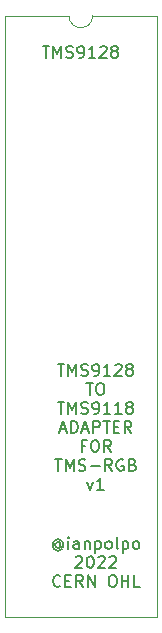
<source format=gbr>
%TF.GenerationSoftware,KiCad,Pcbnew,(6.0.1-0)*%
%TF.CreationDate,2022-02-15T12:12:10-07:00*%
%TF.ProjectId,TMS9118-9128,544d5339-3131-4382-9d39-3132382e6b69,rev?*%
%TF.SameCoordinates,Original*%
%TF.FileFunction,Legend,Top*%
%TF.FilePolarity,Positive*%
%FSLAX46Y46*%
G04 Gerber Fmt 4.6, Leading zero omitted, Abs format (unit mm)*
G04 Created by KiCad (PCBNEW (6.0.1-0)) date 2022-02-15 12:12:10*
%MOMM*%
%LPD*%
G01*
G04 APERTURE LIST*
%ADD10C,0.150000*%
%ADD11C,0.120000*%
G04 APERTURE END LIST*
D10*
X127810000Y-109364190D02*
X127762380Y-109316571D01*
X127667142Y-109268952D01*
X127571904Y-109268952D01*
X127476666Y-109316571D01*
X127429047Y-109364190D01*
X127381428Y-109459428D01*
X127381428Y-109554666D01*
X127429047Y-109649904D01*
X127476666Y-109697523D01*
X127571904Y-109745142D01*
X127667142Y-109745142D01*
X127762380Y-109697523D01*
X127810000Y-109649904D01*
X127810000Y-109268952D02*
X127810000Y-109649904D01*
X127857619Y-109697523D01*
X127905238Y-109697523D01*
X128000476Y-109649904D01*
X128048095Y-109554666D01*
X128048095Y-109316571D01*
X127952857Y-109173714D01*
X127810000Y-109078476D01*
X127619523Y-109030857D01*
X127429047Y-109078476D01*
X127286190Y-109173714D01*
X127190952Y-109316571D01*
X127143333Y-109507047D01*
X127190952Y-109697523D01*
X127286190Y-109840380D01*
X127429047Y-109935619D01*
X127619523Y-109983238D01*
X127810000Y-109935619D01*
X127952857Y-109840380D01*
X128476666Y-109840380D02*
X128476666Y-109173714D01*
X128476666Y-108840380D02*
X128429047Y-108888000D01*
X128476666Y-108935619D01*
X128524285Y-108888000D01*
X128476666Y-108840380D01*
X128476666Y-108935619D01*
X129381428Y-109840380D02*
X129381428Y-109316571D01*
X129333809Y-109221333D01*
X129238571Y-109173714D01*
X129048095Y-109173714D01*
X128952857Y-109221333D01*
X129381428Y-109792761D02*
X129286190Y-109840380D01*
X129048095Y-109840380D01*
X128952857Y-109792761D01*
X128905238Y-109697523D01*
X128905238Y-109602285D01*
X128952857Y-109507047D01*
X129048095Y-109459428D01*
X129286190Y-109459428D01*
X129381428Y-109411809D01*
X129857619Y-109173714D02*
X129857619Y-109840380D01*
X129857619Y-109268952D02*
X129905238Y-109221333D01*
X130000476Y-109173714D01*
X130143333Y-109173714D01*
X130238571Y-109221333D01*
X130286190Y-109316571D01*
X130286190Y-109840380D01*
X130762380Y-109173714D02*
X130762380Y-110173714D01*
X130762380Y-109221333D02*
X130857619Y-109173714D01*
X131048095Y-109173714D01*
X131143333Y-109221333D01*
X131190952Y-109268952D01*
X131238571Y-109364190D01*
X131238571Y-109649904D01*
X131190952Y-109745142D01*
X131143333Y-109792761D01*
X131048095Y-109840380D01*
X130857619Y-109840380D01*
X130762380Y-109792761D01*
X131810000Y-109840380D02*
X131714761Y-109792761D01*
X131667142Y-109745142D01*
X131619523Y-109649904D01*
X131619523Y-109364190D01*
X131667142Y-109268952D01*
X131714761Y-109221333D01*
X131810000Y-109173714D01*
X131952857Y-109173714D01*
X132048095Y-109221333D01*
X132095714Y-109268952D01*
X132143333Y-109364190D01*
X132143333Y-109649904D01*
X132095714Y-109745142D01*
X132048095Y-109792761D01*
X131952857Y-109840380D01*
X131810000Y-109840380D01*
X132714761Y-109840380D02*
X132619523Y-109792761D01*
X132571904Y-109697523D01*
X132571904Y-108840380D01*
X133095714Y-109173714D02*
X133095714Y-110173714D01*
X133095714Y-109221333D02*
X133190952Y-109173714D01*
X133381428Y-109173714D01*
X133476666Y-109221333D01*
X133524285Y-109268952D01*
X133571904Y-109364190D01*
X133571904Y-109649904D01*
X133524285Y-109745142D01*
X133476666Y-109792761D01*
X133381428Y-109840380D01*
X133190952Y-109840380D01*
X133095714Y-109792761D01*
X134143333Y-109840380D02*
X134048095Y-109792761D01*
X134000476Y-109745142D01*
X133952857Y-109649904D01*
X133952857Y-109364190D01*
X134000476Y-109268952D01*
X134048095Y-109221333D01*
X134143333Y-109173714D01*
X134286190Y-109173714D01*
X134381428Y-109221333D01*
X134429047Y-109268952D01*
X134476666Y-109364190D01*
X134476666Y-109649904D01*
X134429047Y-109745142D01*
X134381428Y-109792761D01*
X134286190Y-109840380D01*
X134143333Y-109840380D01*
X129095714Y-110545619D02*
X129143333Y-110498000D01*
X129238571Y-110450380D01*
X129476666Y-110450380D01*
X129571904Y-110498000D01*
X129619523Y-110545619D01*
X129667142Y-110640857D01*
X129667142Y-110736095D01*
X129619523Y-110878952D01*
X129048095Y-111450380D01*
X129667142Y-111450380D01*
X130286190Y-110450380D02*
X130381428Y-110450380D01*
X130476666Y-110498000D01*
X130524285Y-110545619D01*
X130571904Y-110640857D01*
X130619523Y-110831333D01*
X130619523Y-111069428D01*
X130571904Y-111259904D01*
X130524285Y-111355142D01*
X130476666Y-111402761D01*
X130381428Y-111450380D01*
X130286190Y-111450380D01*
X130190952Y-111402761D01*
X130143333Y-111355142D01*
X130095714Y-111259904D01*
X130048095Y-111069428D01*
X130048095Y-110831333D01*
X130095714Y-110640857D01*
X130143333Y-110545619D01*
X130190952Y-110498000D01*
X130286190Y-110450380D01*
X131000476Y-110545619D02*
X131048095Y-110498000D01*
X131143333Y-110450380D01*
X131381428Y-110450380D01*
X131476666Y-110498000D01*
X131524285Y-110545619D01*
X131571904Y-110640857D01*
X131571904Y-110736095D01*
X131524285Y-110878952D01*
X130952857Y-111450380D01*
X131571904Y-111450380D01*
X131952857Y-110545619D02*
X132000476Y-110498000D01*
X132095714Y-110450380D01*
X132333809Y-110450380D01*
X132429047Y-110498000D01*
X132476666Y-110545619D01*
X132524285Y-110640857D01*
X132524285Y-110736095D01*
X132476666Y-110878952D01*
X131905238Y-111450380D01*
X132524285Y-111450380D01*
X127810000Y-112965142D02*
X127762380Y-113012761D01*
X127619523Y-113060380D01*
X127524285Y-113060380D01*
X127381428Y-113012761D01*
X127286190Y-112917523D01*
X127238571Y-112822285D01*
X127190952Y-112631809D01*
X127190952Y-112488952D01*
X127238571Y-112298476D01*
X127286190Y-112203238D01*
X127381428Y-112108000D01*
X127524285Y-112060380D01*
X127619523Y-112060380D01*
X127762380Y-112108000D01*
X127810000Y-112155619D01*
X128238571Y-112536571D02*
X128571904Y-112536571D01*
X128714761Y-113060380D02*
X128238571Y-113060380D01*
X128238571Y-112060380D01*
X128714761Y-112060380D01*
X129714761Y-113060380D02*
X129381428Y-112584190D01*
X129143333Y-113060380D02*
X129143333Y-112060380D01*
X129524285Y-112060380D01*
X129619523Y-112108000D01*
X129667142Y-112155619D01*
X129714761Y-112250857D01*
X129714761Y-112393714D01*
X129667142Y-112488952D01*
X129619523Y-112536571D01*
X129524285Y-112584190D01*
X129143333Y-112584190D01*
X130143333Y-113060380D02*
X130143333Y-112060380D01*
X130714761Y-113060380D01*
X130714761Y-112060380D01*
X132143333Y-112060380D02*
X132333809Y-112060380D01*
X132429047Y-112108000D01*
X132524285Y-112203238D01*
X132571904Y-112393714D01*
X132571904Y-112727047D01*
X132524285Y-112917523D01*
X132429047Y-113012761D01*
X132333809Y-113060380D01*
X132143333Y-113060380D01*
X132048095Y-113012761D01*
X131952857Y-112917523D01*
X131905238Y-112727047D01*
X131905238Y-112393714D01*
X131952857Y-112203238D01*
X132048095Y-112108000D01*
X132143333Y-112060380D01*
X133000476Y-113060380D02*
X133000476Y-112060380D01*
X133000476Y-112536571D02*
X133571904Y-112536571D01*
X133571904Y-113060380D02*
X133571904Y-112060380D01*
X134524285Y-113060380D02*
X134048095Y-113060380D01*
X134048095Y-112060380D01*
X127571904Y-94190380D02*
X128143333Y-94190380D01*
X127857619Y-95190380D02*
X127857619Y-94190380D01*
X128476666Y-95190380D02*
X128476666Y-94190380D01*
X128810000Y-94904666D01*
X129143333Y-94190380D01*
X129143333Y-95190380D01*
X129571904Y-95142761D02*
X129714761Y-95190380D01*
X129952857Y-95190380D01*
X130048095Y-95142761D01*
X130095714Y-95095142D01*
X130143333Y-94999904D01*
X130143333Y-94904666D01*
X130095714Y-94809428D01*
X130048095Y-94761809D01*
X129952857Y-94714190D01*
X129762380Y-94666571D01*
X129667142Y-94618952D01*
X129619523Y-94571333D01*
X129571904Y-94476095D01*
X129571904Y-94380857D01*
X129619523Y-94285619D01*
X129667142Y-94238000D01*
X129762380Y-94190380D01*
X130000476Y-94190380D01*
X130143333Y-94238000D01*
X130619523Y-95190380D02*
X130810000Y-95190380D01*
X130905238Y-95142761D01*
X130952857Y-95095142D01*
X131048095Y-94952285D01*
X131095714Y-94761809D01*
X131095714Y-94380857D01*
X131048095Y-94285619D01*
X131000476Y-94238000D01*
X130905238Y-94190380D01*
X130714761Y-94190380D01*
X130619523Y-94238000D01*
X130571904Y-94285619D01*
X130524285Y-94380857D01*
X130524285Y-94618952D01*
X130571904Y-94714190D01*
X130619523Y-94761809D01*
X130714761Y-94809428D01*
X130905238Y-94809428D01*
X131000476Y-94761809D01*
X131048095Y-94714190D01*
X131095714Y-94618952D01*
X132048095Y-95190380D02*
X131476666Y-95190380D01*
X131762380Y-95190380D02*
X131762380Y-94190380D01*
X131667142Y-94333238D01*
X131571904Y-94428476D01*
X131476666Y-94476095D01*
X132429047Y-94285619D02*
X132476666Y-94238000D01*
X132571904Y-94190380D01*
X132810000Y-94190380D01*
X132905238Y-94238000D01*
X132952857Y-94285619D01*
X133000476Y-94380857D01*
X133000476Y-94476095D01*
X132952857Y-94618952D01*
X132381428Y-95190380D01*
X133000476Y-95190380D01*
X133571904Y-94618952D02*
X133476666Y-94571333D01*
X133429047Y-94523714D01*
X133381428Y-94428476D01*
X133381428Y-94380857D01*
X133429047Y-94285619D01*
X133476666Y-94238000D01*
X133571904Y-94190380D01*
X133762380Y-94190380D01*
X133857619Y-94238000D01*
X133905238Y-94285619D01*
X133952857Y-94380857D01*
X133952857Y-94428476D01*
X133905238Y-94523714D01*
X133857619Y-94571333D01*
X133762380Y-94618952D01*
X133571904Y-94618952D01*
X133476666Y-94666571D01*
X133429047Y-94714190D01*
X133381428Y-94809428D01*
X133381428Y-94999904D01*
X133429047Y-95095142D01*
X133476666Y-95142761D01*
X133571904Y-95190380D01*
X133762380Y-95190380D01*
X133857619Y-95142761D01*
X133905238Y-95095142D01*
X133952857Y-94999904D01*
X133952857Y-94809428D01*
X133905238Y-94714190D01*
X133857619Y-94666571D01*
X133762380Y-94618952D01*
X130000476Y-95800380D02*
X130571904Y-95800380D01*
X130286190Y-96800380D02*
X130286190Y-95800380D01*
X131095714Y-95800380D02*
X131286190Y-95800380D01*
X131381428Y-95848000D01*
X131476666Y-95943238D01*
X131524285Y-96133714D01*
X131524285Y-96467047D01*
X131476666Y-96657523D01*
X131381428Y-96752761D01*
X131286190Y-96800380D01*
X131095714Y-96800380D01*
X131000476Y-96752761D01*
X130905238Y-96657523D01*
X130857619Y-96467047D01*
X130857619Y-96133714D01*
X130905238Y-95943238D01*
X131000476Y-95848000D01*
X131095714Y-95800380D01*
X127571904Y-97410380D02*
X128143333Y-97410380D01*
X127857619Y-98410380D02*
X127857619Y-97410380D01*
X128476666Y-98410380D02*
X128476666Y-97410380D01*
X128810000Y-98124666D01*
X129143333Y-97410380D01*
X129143333Y-98410380D01*
X129571904Y-98362761D02*
X129714761Y-98410380D01*
X129952857Y-98410380D01*
X130048095Y-98362761D01*
X130095714Y-98315142D01*
X130143333Y-98219904D01*
X130143333Y-98124666D01*
X130095714Y-98029428D01*
X130048095Y-97981809D01*
X129952857Y-97934190D01*
X129762380Y-97886571D01*
X129667142Y-97838952D01*
X129619523Y-97791333D01*
X129571904Y-97696095D01*
X129571904Y-97600857D01*
X129619523Y-97505619D01*
X129667142Y-97458000D01*
X129762380Y-97410380D01*
X130000476Y-97410380D01*
X130143333Y-97458000D01*
X130619523Y-98410380D02*
X130810000Y-98410380D01*
X130905238Y-98362761D01*
X130952857Y-98315142D01*
X131048095Y-98172285D01*
X131095714Y-97981809D01*
X131095714Y-97600857D01*
X131048095Y-97505619D01*
X131000476Y-97458000D01*
X130905238Y-97410380D01*
X130714761Y-97410380D01*
X130619523Y-97458000D01*
X130571904Y-97505619D01*
X130524285Y-97600857D01*
X130524285Y-97838952D01*
X130571904Y-97934190D01*
X130619523Y-97981809D01*
X130714761Y-98029428D01*
X130905238Y-98029428D01*
X131000476Y-97981809D01*
X131048095Y-97934190D01*
X131095714Y-97838952D01*
X132048095Y-98410380D02*
X131476666Y-98410380D01*
X131762380Y-98410380D02*
X131762380Y-97410380D01*
X131667142Y-97553238D01*
X131571904Y-97648476D01*
X131476666Y-97696095D01*
X133000476Y-98410380D02*
X132429047Y-98410380D01*
X132714761Y-98410380D02*
X132714761Y-97410380D01*
X132619523Y-97553238D01*
X132524285Y-97648476D01*
X132429047Y-97696095D01*
X133571904Y-97838952D02*
X133476666Y-97791333D01*
X133429047Y-97743714D01*
X133381428Y-97648476D01*
X133381428Y-97600857D01*
X133429047Y-97505619D01*
X133476666Y-97458000D01*
X133571904Y-97410380D01*
X133762380Y-97410380D01*
X133857619Y-97458000D01*
X133905238Y-97505619D01*
X133952857Y-97600857D01*
X133952857Y-97648476D01*
X133905238Y-97743714D01*
X133857619Y-97791333D01*
X133762380Y-97838952D01*
X133571904Y-97838952D01*
X133476666Y-97886571D01*
X133429047Y-97934190D01*
X133381428Y-98029428D01*
X133381428Y-98219904D01*
X133429047Y-98315142D01*
X133476666Y-98362761D01*
X133571904Y-98410380D01*
X133762380Y-98410380D01*
X133857619Y-98362761D01*
X133905238Y-98315142D01*
X133952857Y-98219904D01*
X133952857Y-98029428D01*
X133905238Y-97934190D01*
X133857619Y-97886571D01*
X133762380Y-97838952D01*
X127810000Y-99734666D02*
X128286190Y-99734666D01*
X127714761Y-100020380D02*
X128048095Y-99020380D01*
X128381428Y-100020380D01*
X128714761Y-100020380D02*
X128714761Y-99020380D01*
X128952857Y-99020380D01*
X129095714Y-99068000D01*
X129190952Y-99163238D01*
X129238571Y-99258476D01*
X129286190Y-99448952D01*
X129286190Y-99591809D01*
X129238571Y-99782285D01*
X129190952Y-99877523D01*
X129095714Y-99972761D01*
X128952857Y-100020380D01*
X128714761Y-100020380D01*
X129667142Y-99734666D02*
X130143333Y-99734666D01*
X129571904Y-100020380D02*
X129905238Y-99020380D01*
X130238571Y-100020380D01*
X130571904Y-100020380D02*
X130571904Y-99020380D01*
X130952857Y-99020380D01*
X131048095Y-99068000D01*
X131095714Y-99115619D01*
X131143333Y-99210857D01*
X131143333Y-99353714D01*
X131095714Y-99448952D01*
X131048095Y-99496571D01*
X130952857Y-99544190D01*
X130571904Y-99544190D01*
X131429047Y-99020380D02*
X132000476Y-99020380D01*
X131714761Y-100020380D02*
X131714761Y-99020380D01*
X132333809Y-99496571D02*
X132667142Y-99496571D01*
X132810000Y-100020380D02*
X132333809Y-100020380D01*
X132333809Y-99020380D01*
X132810000Y-99020380D01*
X133810000Y-100020380D02*
X133476666Y-99544190D01*
X133238571Y-100020380D02*
X133238571Y-99020380D01*
X133619523Y-99020380D01*
X133714761Y-99068000D01*
X133762380Y-99115619D01*
X133810000Y-99210857D01*
X133810000Y-99353714D01*
X133762380Y-99448952D01*
X133714761Y-99496571D01*
X133619523Y-99544190D01*
X133238571Y-99544190D01*
X129929047Y-101106571D02*
X129595714Y-101106571D01*
X129595714Y-101630380D02*
X129595714Y-100630380D01*
X130071904Y-100630380D01*
X130643333Y-100630380D02*
X130833809Y-100630380D01*
X130929047Y-100678000D01*
X131024285Y-100773238D01*
X131071904Y-100963714D01*
X131071904Y-101297047D01*
X131024285Y-101487523D01*
X130929047Y-101582761D01*
X130833809Y-101630380D01*
X130643333Y-101630380D01*
X130548095Y-101582761D01*
X130452857Y-101487523D01*
X130405238Y-101297047D01*
X130405238Y-100963714D01*
X130452857Y-100773238D01*
X130548095Y-100678000D01*
X130643333Y-100630380D01*
X132071904Y-101630380D02*
X131738571Y-101154190D01*
X131500476Y-101630380D02*
X131500476Y-100630380D01*
X131881428Y-100630380D01*
X131976666Y-100678000D01*
X132024285Y-100725619D01*
X132071904Y-100820857D01*
X132071904Y-100963714D01*
X132024285Y-101058952D01*
X131976666Y-101106571D01*
X131881428Y-101154190D01*
X131500476Y-101154190D01*
X127357619Y-102240380D02*
X127929047Y-102240380D01*
X127643333Y-103240380D02*
X127643333Y-102240380D01*
X128262380Y-103240380D02*
X128262380Y-102240380D01*
X128595714Y-102954666D01*
X128929047Y-102240380D01*
X128929047Y-103240380D01*
X129357619Y-103192761D02*
X129500476Y-103240380D01*
X129738571Y-103240380D01*
X129833809Y-103192761D01*
X129881428Y-103145142D01*
X129929047Y-103049904D01*
X129929047Y-102954666D01*
X129881428Y-102859428D01*
X129833809Y-102811809D01*
X129738571Y-102764190D01*
X129548095Y-102716571D01*
X129452857Y-102668952D01*
X129405238Y-102621333D01*
X129357619Y-102526095D01*
X129357619Y-102430857D01*
X129405238Y-102335619D01*
X129452857Y-102288000D01*
X129548095Y-102240380D01*
X129786190Y-102240380D01*
X129929047Y-102288000D01*
X130357619Y-102859428D02*
X131119523Y-102859428D01*
X132167142Y-103240380D02*
X131833809Y-102764190D01*
X131595714Y-103240380D02*
X131595714Y-102240380D01*
X131976666Y-102240380D01*
X132071904Y-102288000D01*
X132119523Y-102335619D01*
X132167142Y-102430857D01*
X132167142Y-102573714D01*
X132119523Y-102668952D01*
X132071904Y-102716571D01*
X131976666Y-102764190D01*
X131595714Y-102764190D01*
X133119523Y-102288000D02*
X133024285Y-102240380D01*
X132881428Y-102240380D01*
X132738571Y-102288000D01*
X132643333Y-102383238D01*
X132595714Y-102478476D01*
X132548095Y-102668952D01*
X132548095Y-102811809D01*
X132595714Y-103002285D01*
X132643333Y-103097523D01*
X132738571Y-103192761D01*
X132881428Y-103240380D01*
X132976666Y-103240380D01*
X133119523Y-103192761D01*
X133167142Y-103145142D01*
X133167142Y-102811809D01*
X132976666Y-102811809D01*
X133929047Y-102716571D02*
X134071904Y-102764190D01*
X134119523Y-102811809D01*
X134167142Y-102907047D01*
X134167142Y-103049904D01*
X134119523Y-103145142D01*
X134071904Y-103192761D01*
X133976666Y-103240380D01*
X133595714Y-103240380D01*
X133595714Y-102240380D01*
X133929047Y-102240380D01*
X134024285Y-102288000D01*
X134071904Y-102335619D01*
X134119523Y-102430857D01*
X134119523Y-102526095D01*
X134071904Y-102621333D01*
X134024285Y-102668952D01*
X133929047Y-102716571D01*
X133595714Y-102716571D01*
X130095714Y-104183714D02*
X130333809Y-104850380D01*
X130571904Y-104183714D01*
X131476666Y-104850380D02*
X130905238Y-104850380D01*
X131190952Y-104850380D02*
X131190952Y-103850380D01*
X131095714Y-103993238D01*
X131000476Y-104088476D01*
X130905238Y-104136095D01*
%TO.C,TMS9128*%
X126301904Y-67270380D02*
X126873333Y-67270380D01*
X126587619Y-68270380D02*
X126587619Y-67270380D01*
X127206666Y-68270380D02*
X127206666Y-67270380D01*
X127540000Y-67984666D01*
X127873333Y-67270380D01*
X127873333Y-68270380D01*
X128301904Y-68222761D02*
X128444761Y-68270380D01*
X128682857Y-68270380D01*
X128778095Y-68222761D01*
X128825714Y-68175142D01*
X128873333Y-68079904D01*
X128873333Y-67984666D01*
X128825714Y-67889428D01*
X128778095Y-67841809D01*
X128682857Y-67794190D01*
X128492380Y-67746571D01*
X128397142Y-67698952D01*
X128349523Y-67651333D01*
X128301904Y-67556095D01*
X128301904Y-67460857D01*
X128349523Y-67365619D01*
X128397142Y-67318000D01*
X128492380Y-67270380D01*
X128730476Y-67270380D01*
X128873333Y-67318000D01*
X129349523Y-68270380D02*
X129540000Y-68270380D01*
X129635238Y-68222761D01*
X129682857Y-68175142D01*
X129778095Y-68032285D01*
X129825714Y-67841809D01*
X129825714Y-67460857D01*
X129778095Y-67365619D01*
X129730476Y-67318000D01*
X129635238Y-67270380D01*
X129444761Y-67270380D01*
X129349523Y-67318000D01*
X129301904Y-67365619D01*
X129254285Y-67460857D01*
X129254285Y-67698952D01*
X129301904Y-67794190D01*
X129349523Y-67841809D01*
X129444761Y-67889428D01*
X129635238Y-67889428D01*
X129730476Y-67841809D01*
X129778095Y-67794190D01*
X129825714Y-67698952D01*
X130778095Y-68270380D02*
X130206666Y-68270380D01*
X130492380Y-68270380D02*
X130492380Y-67270380D01*
X130397142Y-67413238D01*
X130301904Y-67508476D01*
X130206666Y-67556095D01*
X131159047Y-67365619D02*
X131206666Y-67318000D01*
X131301904Y-67270380D01*
X131540000Y-67270380D01*
X131635238Y-67318000D01*
X131682857Y-67365619D01*
X131730476Y-67460857D01*
X131730476Y-67556095D01*
X131682857Y-67698952D01*
X131111428Y-68270380D01*
X131730476Y-68270380D01*
X132301904Y-67698952D02*
X132206666Y-67651333D01*
X132159047Y-67603714D01*
X132111428Y-67508476D01*
X132111428Y-67460857D01*
X132159047Y-67365619D01*
X132206666Y-67318000D01*
X132301904Y-67270380D01*
X132492380Y-67270380D01*
X132587619Y-67318000D01*
X132635238Y-67365619D01*
X132682857Y-67460857D01*
X132682857Y-67508476D01*
X132635238Y-67603714D01*
X132587619Y-67651333D01*
X132492380Y-67698952D01*
X132301904Y-67698952D01*
X132206666Y-67746571D01*
X132159047Y-67794190D01*
X132111428Y-67889428D01*
X132111428Y-68079904D01*
X132159047Y-68175142D01*
X132206666Y-68222761D01*
X132301904Y-68270380D01*
X132492380Y-68270380D01*
X132587619Y-68222761D01*
X132635238Y-68175142D01*
X132682857Y-68079904D01*
X132682857Y-67889428D01*
X132635238Y-67794190D01*
X132587619Y-67746571D01*
X132492380Y-67698952D01*
D11*
X136000000Y-115630000D02*
X136000000Y-64710000D01*
X136000000Y-64710000D02*
X130540000Y-64710000D01*
X123080000Y-115630000D02*
X136000000Y-115630000D01*
X128540000Y-64710000D02*
X123080000Y-64710000D01*
X123080000Y-64710000D02*
X123080000Y-115630000D01*
X128540000Y-64710000D02*
G75*
G03*
X130540000Y-64710000I1000000J0D01*
G01*
%TD*%
M02*

</source>
